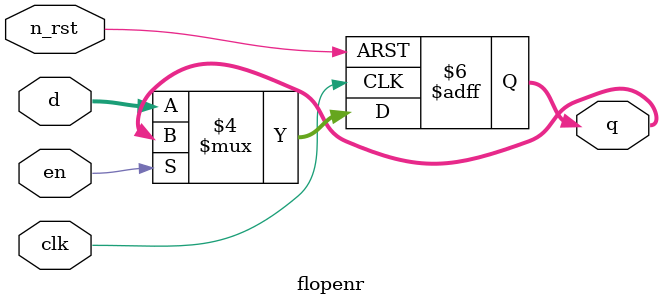
<source format=sv>
module flopenr #(
	parameter WIDTH = 32,
	parameter RESET_VALUE = 0
	)
	(
	clk,
	n_rst,
	en,
	d,
	q
);
	input clk, n_rst, en;
	input [WIDTH-1:0] d;
	output reg [WIDTH-1:0] q;	

	always@(posedge clk or negedge n_rst) begin 
		if(!n_rst) begin
			q <= RESET_VALUE;
		end
		else begin
			if(~en)
				q <= d;
		end		
	end

endmodule

</source>
